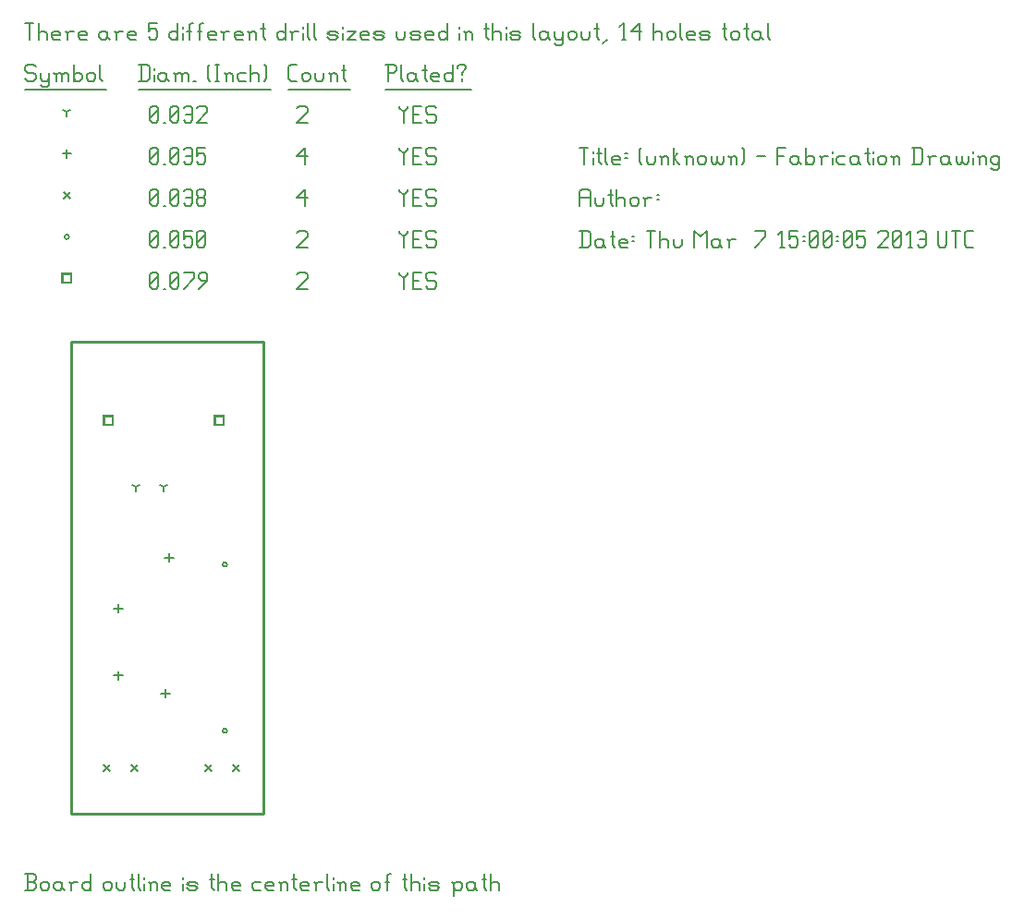
<source format=gbr>
G04 start of page 10 for group -3984 idx -3984 *
G04 Title: (unknown), fab *
G04 Creator: pcb 20110918 *
G04 CreationDate: Thu Mar  7 15:00:05 2013 UTC *
G04 For: fosse *
G04 Format: Gerber/RS-274X *
G04 PCB-Dimensions: 100000 200000 *
G04 PCB-Coordinate-Origin: lower left *
%MOIN*%
%FSLAX25Y25*%
%LNFAB*%
%ADD62C,0.0100*%
%ADD61C,0.0060*%
%ADD60R,0.0080X0.0080*%
G54D60*X28400Y161600D02*X31600D01*
X28400D02*Y158400D01*
X31600D01*
Y161600D02*Y158400D01*
X68400Y161600D02*X71600D01*
X68400D02*Y158400D01*
X71600D01*
Y161600D02*Y158400D01*
X13400Y212850D02*X16600D01*
X13400D02*Y209650D01*
X16600D01*
Y212850D02*Y209650D01*
G54D61*X135000Y213500D02*Y212750D01*
X136500Y211250D01*
X138000Y212750D01*
Y213500D02*Y212750D01*
X136500Y211250D02*Y207500D01*
X139800Y210500D02*X142050D01*
X139800Y207500D02*X142800D01*
X139800Y213500D02*Y207500D01*
Y213500D02*X142800D01*
X147600D02*X148350Y212750D01*
X145350Y213500D02*X147600D01*
X144600Y212750D02*X145350Y213500D01*
X144600Y212750D02*Y211250D01*
X145350Y210500D01*
X147600D01*
X148350Y209750D01*
Y208250D01*
X147600Y207500D02*X148350Y208250D01*
X145350Y207500D02*X147600D01*
X144600Y208250D02*X145350Y207500D01*
X98000Y212750D02*X98750Y213500D01*
X101000D01*
X101750Y212750D01*
Y211250D01*
X98000Y207500D02*X101750Y211250D01*
X98000Y207500D02*X101750D01*
X45000Y208250D02*X45750Y207500D01*
X45000Y212750D02*Y208250D01*
Y212750D02*X45750Y213500D01*
X47250D01*
X48000Y212750D01*
Y208250D01*
X47250Y207500D02*X48000Y208250D01*
X45750Y207500D02*X47250D01*
X45000Y209000D02*X48000Y212000D01*
X49800Y207500D02*X50550D01*
X52350Y208250D02*X53100Y207500D01*
X52350Y212750D02*Y208250D01*
Y212750D02*X53100Y213500D01*
X54600D01*
X55350Y212750D01*
Y208250D01*
X54600Y207500D02*X55350Y208250D01*
X53100Y207500D02*X54600D01*
X52350Y209000D02*X55350Y212000D01*
X57150Y207500D02*X60900Y211250D01*
Y213500D02*Y211250D01*
X57150Y213500D02*X60900D01*
X62700Y207500D02*X65700Y210500D01*
Y212750D02*Y210500D01*
X64950Y213500D02*X65700Y212750D01*
X63450Y213500D02*X64950D01*
X62700Y212750D02*X63450Y213500D01*
X62700Y212750D02*Y211250D01*
X63450Y210500D01*
X65700D01*
X71200Y48000D02*G75*G03X72800Y48000I800J0D01*G01*
G75*G03X71200Y48000I-800J0D01*G01*
Y108000D02*G75*G03X72800Y108000I800J0D01*G01*
G75*G03X71200Y108000I-800J0D01*G01*
X14200Y226250D02*G75*G03X15800Y226250I800J0D01*G01*
G75*G03X14200Y226250I-800J0D01*G01*
X135000Y228500D02*Y227750D01*
X136500Y226250D01*
X138000Y227750D01*
Y228500D02*Y227750D01*
X136500Y226250D02*Y222500D01*
X139800Y225500D02*X142050D01*
X139800Y222500D02*X142800D01*
X139800Y228500D02*Y222500D01*
Y228500D02*X142800D01*
X147600D02*X148350Y227750D01*
X145350Y228500D02*X147600D01*
X144600Y227750D02*X145350Y228500D01*
X144600Y227750D02*Y226250D01*
X145350Y225500D01*
X147600D01*
X148350Y224750D01*
Y223250D01*
X147600Y222500D02*X148350Y223250D01*
X145350Y222500D02*X147600D01*
X144600Y223250D02*X145350Y222500D01*
X98000Y227750D02*X98750Y228500D01*
X101000D01*
X101750Y227750D01*
Y226250D01*
X98000Y222500D02*X101750Y226250D01*
X98000Y222500D02*X101750D01*
X45000Y223250D02*X45750Y222500D01*
X45000Y227750D02*Y223250D01*
Y227750D02*X45750Y228500D01*
X47250D01*
X48000Y227750D01*
Y223250D01*
X47250Y222500D02*X48000Y223250D01*
X45750Y222500D02*X47250D01*
X45000Y224000D02*X48000Y227000D01*
X49800Y222500D02*X50550D01*
X52350Y223250D02*X53100Y222500D01*
X52350Y227750D02*Y223250D01*
Y227750D02*X53100Y228500D01*
X54600D01*
X55350Y227750D01*
Y223250D01*
X54600Y222500D02*X55350Y223250D01*
X53100Y222500D02*X54600D01*
X52350Y224000D02*X55350Y227000D01*
X57150Y228500D02*X60150D01*
X57150D02*Y225500D01*
X57900Y226250D01*
X59400D01*
X60150Y225500D01*
Y223250D01*
X59400Y222500D02*X60150Y223250D01*
X57900Y222500D02*X59400D01*
X57150Y223250D02*X57900Y222500D01*
X61950Y223250D02*X62700Y222500D01*
X61950Y227750D02*Y223250D01*
Y227750D02*X62700Y228500D01*
X64200D01*
X64950Y227750D01*
Y223250D01*
X64200Y222500D02*X64950Y223250D01*
X62700Y222500D02*X64200D01*
X61950Y224000D02*X64950Y227000D01*
X38300Y35700D02*X40700Y33300D01*
X38300D02*X40700Y35700D01*
X28300D02*X30700Y33300D01*
X28300D02*X30700Y35700D01*
X74800D02*X77200Y33300D01*
X74800D02*X77200Y35700D01*
X64800D02*X67200Y33300D01*
X64800D02*X67200Y35700D01*
X13800Y242450D02*X16200Y240050D01*
X13800D02*X16200Y242450D01*
X135000Y243500D02*Y242750D01*
X136500Y241250D01*
X138000Y242750D01*
Y243500D02*Y242750D01*
X136500Y241250D02*Y237500D01*
X139800Y240500D02*X142050D01*
X139800Y237500D02*X142800D01*
X139800Y243500D02*Y237500D01*
Y243500D02*X142800D01*
X147600D02*X148350Y242750D01*
X145350Y243500D02*X147600D01*
X144600Y242750D02*X145350Y243500D01*
X144600Y242750D02*Y241250D01*
X145350Y240500D01*
X147600D01*
X148350Y239750D01*
Y238250D01*
X147600Y237500D02*X148350Y238250D01*
X145350Y237500D02*X147600D01*
X144600Y238250D02*X145350Y237500D01*
X98000Y240500D02*X101000Y243500D01*
X98000Y240500D02*X101750D01*
X101000Y243500D02*Y237500D01*
X45000Y238250D02*X45750Y237500D01*
X45000Y242750D02*Y238250D01*
Y242750D02*X45750Y243500D01*
X47250D01*
X48000Y242750D01*
Y238250D01*
X47250Y237500D02*X48000Y238250D01*
X45750Y237500D02*X47250D01*
X45000Y239000D02*X48000Y242000D01*
X49800Y237500D02*X50550D01*
X52350Y238250D02*X53100Y237500D01*
X52350Y242750D02*Y238250D01*
Y242750D02*X53100Y243500D01*
X54600D01*
X55350Y242750D01*
Y238250D01*
X54600Y237500D02*X55350Y238250D01*
X53100Y237500D02*X54600D01*
X52350Y239000D02*X55350Y242000D01*
X57150Y242750D02*X57900Y243500D01*
X59400D01*
X60150Y242750D01*
Y238250D01*
X59400Y237500D02*X60150Y238250D01*
X57900Y237500D02*X59400D01*
X57150Y238250D02*X57900Y237500D01*
Y240500D02*X60150D01*
X61950Y238250D02*X62700Y237500D01*
X61950Y239750D02*Y238250D01*
Y239750D02*X62700Y240500D01*
X64200D01*
X64950Y239750D01*
Y238250D01*
X64200Y237500D02*X64950Y238250D01*
X62700Y237500D02*X64200D01*
X61950Y241250D02*X62700Y240500D01*
X61950Y242750D02*Y241250D01*
Y242750D02*X62700Y243500D01*
X64200D01*
X64950Y242750D01*
Y241250D01*
X64200Y240500D02*X64950Y241250D01*
X33500Y69500D02*Y66300D01*
X31900Y67900D02*X35100D01*
X50500Y63100D02*Y59900D01*
X48900Y61500D02*X52100D01*
X33500Y93793D02*Y90593D01*
X31900Y92193D02*X35100D01*
X51807Y112100D02*Y108900D01*
X50207Y110500D02*X53407D01*
X15000Y257850D02*Y254650D01*
X13400Y256250D02*X16600D01*
X135000Y258500D02*Y257750D01*
X136500Y256250D01*
X138000Y257750D01*
Y258500D02*Y257750D01*
X136500Y256250D02*Y252500D01*
X139800Y255500D02*X142050D01*
X139800Y252500D02*X142800D01*
X139800Y258500D02*Y252500D01*
Y258500D02*X142800D01*
X147600D02*X148350Y257750D01*
X145350Y258500D02*X147600D01*
X144600Y257750D02*X145350Y258500D01*
X144600Y257750D02*Y256250D01*
X145350Y255500D01*
X147600D01*
X148350Y254750D01*
Y253250D01*
X147600Y252500D02*X148350Y253250D01*
X145350Y252500D02*X147600D01*
X144600Y253250D02*X145350Y252500D01*
X98000Y255500D02*X101000Y258500D01*
X98000Y255500D02*X101750D01*
X101000Y258500D02*Y252500D01*
X45000Y253250D02*X45750Y252500D01*
X45000Y257750D02*Y253250D01*
Y257750D02*X45750Y258500D01*
X47250D01*
X48000Y257750D01*
Y253250D01*
X47250Y252500D02*X48000Y253250D01*
X45750Y252500D02*X47250D01*
X45000Y254000D02*X48000Y257000D01*
X49800Y252500D02*X50550D01*
X52350Y253250D02*X53100Y252500D01*
X52350Y257750D02*Y253250D01*
Y257750D02*X53100Y258500D01*
X54600D01*
X55350Y257750D01*
Y253250D01*
X54600Y252500D02*X55350Y253250D01*
X53100Y252500D02*X54600D01*
X52350Y254000D02*X55350Y257000D01*
X57150Y257750D02*X57900Y258500D01*
X59400D01*
X60150Y257750D01*
Y253250D01*
X59400Y252500D02*X60150Y253250D01*
X57900Y252500D02*X59400D01*
X57150Y253250D02*X57900Y252500D01*
Y255500D02*X60150D01*
X61950Y258500D02*X64950D01*
X61950D02*Y255500D01*
X62700Y256250D01*
X64200D01*
X64950Y255500D01*
Y253250D01*
X64200Y252500D02*X64950Y253250D01*
X62700Y252500D02*X64200D01*
X61950Y253250D02*X62700Y252500D01*
X40000Y136000D02*Y134400D01*
Y136000D02*X41387Y136800D01*
X40000Y136000D02*X38613Y136800D01*
X50000Y136000D02*Y134400D01*
Y136000D02*X51387Y136800D01*
X50000Y136000D02*X48613Y136800D01*
X15000Y271250D02*Y269650D01*
Y271250D02*X16387Y272050D01*
X15000Y271250D02*X13613Y272050D01*
X135000Y273500D02*Y272750D01*
X136500Y271250D01*
X138000Y272750D01*
Y273500D02*Y272750D01*
X136500Y271250D02*Y267500D01*
X139800Y270500D02*X142050D01*
X139800Y267500D02*X142800D01*
X139800Y273500D02*Y267500D01*
Y273500D02*X142800D01*
X147600D02*X148350Y272750D01*
X145350Y273500D02*X147600D01*
X144600Y272750D02*X145350Y273500D01*
X144600Y272750D02*Y271250D01*
X145350Y270500D01*
X147600D01*
X148350Y269750D01*
Y268250D01*
X147600Y267500D02*X148350Y268250D01*
X145350Y267500D02*X147600D01*
X144600Y268250D02*X145350Y267500D01*
X98000Y272750D02*X98750Y273500D01*
X101000D01*
X101750Y272750D01*
Y271250D01*
X98000Y267500D02*X101750Y271250D01*
X98000Y267500D02*X101750D01*
X45000Y268250D02*X45750Y267500D01*
X45000Y272750D02*Y268250D01*
Y272750D02*X45750Y273500D01*
X47250D01*
X48000Y272750D01*
Y268250D01*
X47250Y267500D02*X48000Y268250D01*
X45750Y267500D02*X47250D01*
X45000Y269000D02*X48000Y272000D01*
X49800Y267500D02*X50550D01*
X52350Y268250D02*X53100Y267500D01*
X52350Y272750D02*Y268250D01*
Y272750D02*X53100Y273500D01*
X54600D01*
X55350Y272750D01*
Y268250D01*
X54600Y267500D02*X55350Y268250D01*
X53100Y267500D02*X54600D01*
X52350Y269000D02*X55350Y272000D01*
X57150Y272750D02*X57900Y273500D01*
X59400D01*
X60150Y272750D01*
Y268250D01*
X59400Y267500D02*X60150Y268250D01*
X57900Y267500D02*X59400D01*
X57150Y268250D02*X57900Y267500D01*
Y270500D02*X60150D01*
X61950Y272750D02*X62700Y273500D01*
X64950D01*
X65700Y272750D01*
Y271250D01*
X61950Y267500D02*X65700Y271250D01*
X61950Y267500D02*X65700D01*
X3000Y288500D02*X3750Y287750D01*
X750Y288500D02*X3000D01*
X0Y287750D02*X750Y288500D01*
X0Y287750D02*Y286250D01*
X750Y285500D01*
X3000D01*
X3750Y284750D01*
Y283250D01*
X3000Y282500D02*X3750Y283250D01*
X750Y282500D02*X3000D01*
X0Y283250D02*X750Y282500D01*
X5550Y285500D02*Y283250D01*
X6300Y282500D01*
X8550Y285500D02*Y281000D01*
X7800Y280250D02*X8550Y281000D01*
X6300Y280250D02*X7800D01*
X5550Y281000D02*X6300Y280250D01*
Y282500D02*X7800D01*
X8550Y283250D01*
X11100Y284750D02*Y282500D01*
Y284750D02*X11850Y285500D01*
X12600D01*
X13350Y284750D01*
Y282500D01*
Y284750D02*X14100Y285500D01*
X14850D01*
X15600Y284750D01*
Y282500D01*
X10350Y285500D02*X11100Y284750D01*
X17400Y288500D02*Y282500D01*
Y283250D02*X18150Y282500D01*
X19650D01*
X20400Y283250D01*
Y284750D02*Y283250D01*
X19650Y285500D02*X20400Y284750D01*
X18150Y285500D02*X19650D01*
X17400Y284750D02*X18150Y285500D01*
X22200Y284750D02*Y283250D01*
Y284750D02*X22950Y285500D01*
X24450D01*
X25200Y284750D01*
Y283250D01*
X24450Y282500D02*X25200Y283250D01*
X22950Y282500D02*X24450D01*
X22200Y283250D02*X22950Y282500D01*
X27000Y288500D02*Y283250D01*
X27750Y282500D01*
X0Y279250D02*X29250D01*
X41750Y288500D02*Y282500D01*
X44000Y288500D02*X44750Y287750D01*
Y283250D01*
X44000Y282500D02*X44750Y283250D01*
X41000Y282500D02*X44000D01*
X41000Y288500D02*X44000D01*
X46550Y287000D02*Y286250D01*
Y284750D02*Y282500D01*
X50300Y285500D02*X51050Y284750D01*
X48800Y285500D02*X50300D01*
X48050Y284750D02*X48800Y285500D01*
X48050Y284750D02*Y283250D01*
X48800Y282500D01*
X51050Y285500D02*Y283250D01*
X51800Y282500D01*
X48800D02*X50300D01*
X51050Y283250D01*
X54350Y284750D02*Y282500D01*
Y284750D02*X55100Y285500D01*
X55850D01*
X56600Y284750D01*
Y282500D01*
Y284750D02*X57350Y285500D01*
X58100D01*
X58850Y284750D01*
Y282500D01*
X53600Y285500D02*X54350Y284750D01*
X60650Y282500D02*X61400D01*
X65900Y283250D02*X66650Y282500D01*
X65900Y287750D02*X66650Y288500D01*
X65900Y287750D02*Y283250D01*
X68450Y288500D02*X69950D01*
X69200D02*Y282500D01*
X68450D02*X69950D01*
X72500Y284750D02*Y282500D01*
Y284750D02*X73250Y285500D01*
X74000D01*
X74750Y284750D01*
Y282500D01*
X71750Y285500D02*X72500Y284750D01*
X77300Y285500D02*X79550D01*
X76550Y284750D02*X77300Y285500D01*
X76550Y284750D02*Y283250D01*
X77300Y282500D01*
X79550D01*
X81350Y288500D02*Y282500D01*
Y284750D02*X82100Y285500D01*
X83600D01*
X84350Y284750D01*
Y282500D01*
X86150Y288500D02*X86900Y287750D01*
Y283250D01*
X86150Y282500D02*X86900Y283250D01*
X41000Y279250D02*X88700D01*
X95750Y282500D02*X98000D01*
X95000Y283250D02*X95750Y282500D01*
X95000Y287750D02*Y283250D01*
Y287750D02*X95750Y288500D01*
X98000D01*
X99800Y284750D02*Y283250D01*
Y284750D02*X100550Y285500D01*
X102050D01*
X102800Y284750D01*
Y283250D01*
X102050Y282500D02*X102800Y283250D01*
X100550Y282500D02*X102050D01*
X99800Y283250D02*X100550Y282500D01*
X104600Y285500D02*Y283250D01*
X105350Y282500D01*
X106850D01*
X107600Y283250D01*
Y285500D02*Y283250D01*
X110150Y284750D02*Y282500D01*
Y284750D02*X110900Y285500D01*
X111650D01*
X112400Y284750D01*
Y282500D01*
X109400Y285500D02*X110150Y284750D01*
X114950Y288500D02*Y283250D01*
X115700Y282500D01*
X114200Y286250D02*X115700D01*
X95000Y279250D02*X117200D01*
X130750Y288500D02*Y282500D01*
X130000Y288500D02*X133000D01*
X133750Y287750D01*
Y286250D01*
X133000Y285500D02*X133750Y286250D01*
X130750Y285500D02*X133000D01*
X135550Y288500D02*Y283250D01*
X136300Y282500D01*
X140050Y285500D02*X140800Y284750D01*
X138550Y285500D02*X140050D01*
X137800Y284750D02*X138550Y285500D01*
X137800Y284750D02*Y283250D01*
X138550Y282500D01*
X140800Y285500D02*Y283250D01*
X141550Y282500D01*
X138550D02*X140050D01*
X140800Y283250D01*
X144100Y288500D02*Y283250D01*
X144850Y282500D01*
X143350Y286250D02*X144850D01*
X147100Y282500D02*X149350D01*
X146350Y283250D02*X147100Y282500D01*
X146350Y284750D02*Y283250D01*
Y284750D02*X147100Y285500D01*
X148600D01*
X149350Y284750D01*
X146350Y284000D02*X149350D01*
Y284750D02*Y284000D01*
X154150Y288500D02*Y282500D01*
X153400D02*X154150Y283250D01*
X151900Y282500D02*X153400D01*
X151150Y283250D02*X151900Y282500D01*
X151150Y284750D02*Y283250D01*
Y284750D02*X151900Y285500D01*
X153400D01*
X154150Y284750D01*
X157450Y285500D02*Y284750D01*
Y283250D02*Y282500D01*
X155950Y287750D02*Y287000D01*
Y287750D02*X156700Y288500D01*
X158200D01*
X158950Y287750D01*
Y287000D01*
X157450Y285500D02*X158950Y287000D01*
X130000Y279250D02*X160750D01*
X0Y303500D02*X3000D01*
X1500D02*Y297500D01*
X4800Y303500D02*Y297500D01*
Y299750D02*X5550Y300500D01*
X7050D01*
X7800Y299750D01*
Y297500D01*
X10350D02*X12600D01*
X9600Y298250D02*X10350Y297500D01*
X9600Y299750D02*Y298250D01*
Y299750D02*X10350Y300500D01*
X11850D01*
X12600Y299750D01*
X9600Y299000D02*X12600D01*
Y299750D02*Y299000D01*
X15150Y299750D02*Y297500D01*
Y299750D02*X15900Y300500D01*
X17400D01*
X14400D02*X15150Y299750D01*
X19950Y297500D02*X22200D01*
X19200Y298250D02*X19950Y297500D01*
X19200Y299750D02*Y298250D01*
Y299750D02*X19950Y300500D01*
X21450D01*
X22200Y299750D01*
X19200Y299000D02*X22200D01*
Y299750D02*Y299000D01*
X28950Y300500D02*X29700Y299750D01*
X27450Y300500D02*X28950D01*
X26700Y299750D02*X27450Y300500D01*
X26700Y299750D02*Y298250D01*
X27450Y297500D01*
X29700Y300500D02*Y298250D01*
X30450Y297500D01*
X27450D02*X28950D01*
X29700Y298250D01*
X33000Y299750D02*Y297500D01*
Y299750D02*X33750Y300500D01*
X35250D01*
X32250D02*X33000Y299750D01*
X37800Y297500D02*X40050D01*
X37050Y298250D02*X37800Y297500D01*
X37050Y299750D02*Y298250D01*
Y299750D02*X37800Y300500D01*
X39300D01*
X40050Y299750D01*
X37050Y299000D02*X40050D01*
Y299750D02*Y299000D01*
X44550Y303500D02*X47550D01*
X44550D02*Y300500D01*
X45300Y301250D01*
X46800D01*
X47550Y300500D01*
Y298250D01*
X46800Y297500D02*X47550Y298250D01*
X45300Y297500D02*X46800D01*
X44550Y298250D02*X45300Y297500D01*
X55050Y303500D02*Y297500D01*
X54300D02*X55050Y298250D01*
X52800Y297500D02*X54300D01*
X52050Y298250D02*X52800Y297500D01*
X52050Y299750D02*Y298250D01*
Y299750D02*X52800Y300500D01*
X54300D01*
X55050Y299750D01*
X56850Y302000D02*Y301250D01*
Y299750D02*Y297500D01*
X59100Y302750D02*Y297500D01*
Y302750D02*X59850Y303500D01*
X60600D01*
X58350Y300500D02*X59850D01*
X62850Y302750D02*Y297500D01*
Y302750D02*X63600Y303500D01*
X64350D01*
X62100Y300500D02*X63600D01*
X66600Y297500D02*X68850D01*
X65850Y298250D02*X66600Y297500D01*
X65850Y299750D02*Y298250D01*
Y299750D02*X66600Y300500D01*
X68100D01*
X68850Y299750D01*
X65850Y299000D02*X68850D01*
Y299750D02*Y299000D01*
X71400Y299750D02*Y297500D01*
Y299750D02*X72150Y300500D01*
X73650D01*
X70650D02*X71400Y299750D01*
X76200Y297500D02*X78450D01*
X75450Y298250D02*X76200Y297500D01*
X75450Y299750D02*Y298250D01*
Y299750D02*X76200Y300500D01*
X77700D01*
X78450Y299750D01*
X75450Y299000D02*X78450D01*
Y299750D02*Y299000D01*
X81000Y299750D02*Y297500D01*
Y299750D02*X81750Y300500D01*
X82500D01*
X83250Y299750D01*
Y297500D01*
X80250Y300500D02*X81000Y299750D01*
X85800Y303500D02*Y298250D01*
X86550Y297500D01*
X85050Y301250D02*X86550D01*
X93750Y303500D02*Y297500D01*
X93000D02*X93750Y298250D01*
X91500Y297500D02*X93000D01*
X90750Y298250D02*X91500Y297500D01*
X90750Y299750D02*Y298250D01*
Y299750D02*X91500Y300500D01*
X93000D01*
X93750Y299750D01*
X96300D02*Y297500D01*
Y299750D02*X97050Y300500D01*
X98550D01*
X95550D02*X96300Y299750D01*
X100350Y302000D02*Y301250D01*
Y299750D02*Y297500D01*
X101850Y303500D02*Y298250D01*
X102600Y297500D01*
X104100Y303500D02*Y298250D01*
X104850Y297500D01*
X109800D02*X112050D01*
X112800Y298250D01*
X112050Y299000D02*X112800Y298250D01*
X109800Y299000D02*X112050D01*
X109050Y299750D02*X109800Y299000D01*
X109050Y299750D02*X109800Y300500D01*
X112050D01*
X112800Y299750D01*
X109050Y298250D02*X109800Y297500D01*
X114600Y302000D02*Y301250D01*
Y299750D02*Y297500D01*
X116100Y300500D02*X119100D01*
X116100Y297500D02*X119100Y300500D01*
X116100Y297500D02*X119100D01*
X121650D02*X123900D01*
X120900Y298250D02*X121650Y297500D01*
X120900Y299750D02*Y298250D01*
Y299750D02*X121650Y300500D01*
X123150D01*
X123900Y299750D01*
X120900Y299000D02*X123900D01*
Y299750D02*Y299000D01*
X126450Y297500D02*X128700D01*
X129450Y298250D01*
X128700Y299000D02*X129450Y298250D01*
X126450Y299000D02*X128700D01*
X125700Y299750D02*X126450Y299000D01*
X125700Y299750D02*X126450Y300500D01*
X128700D01*
X129450Y299750D01*
X125700Y298250D02*X126450Y297500D01*
X133950Y300500D02*Y298250D01*
X134700Y297500D01*
X136200D01*
X136950Y298250D01*
Y300500D02*Y298250D01*
X139500Y297500D02*X141750D01*
X142500Y298250D01*
X141750Y299000D02*X142500Y298250D01*
X139500Y299000D02*X141750D01*
X138750Y299750D02*X139500Y299000D01*
X138750Y299750D02*X139500Y300500D01*
X141750D01*
X142500Y299750D01*
X138750Y298250D02*X139500Y297500D01*
X145050D02*X147300D01*
X144300Y298250D02*X145050Y297500D01*
X144300Y299750D02*Y298250D01*
Y299750D02*X145050Y300500D01*
X146550D01*
X147300Y299750D01*
X144300Y299000D02*X147300D01*
Y299750D02*Y299000D01*
X152100Y303500D02*Y297500D01*
X151350D02*X152100Y298250D01*
X149850Y297500D02*X151350D01*
X149100Y298250D02*X149850Y297500D01*
X149100Y299750D02*Y298250D01*
Y299750D02*X149850Y300500D01*
X151350D01*
X152100Y299750D01*
X156600Y302000D02*Y301250D01*
Y299750D02*Y297500D01*
X158850Y299750D02*Y297500D01*
Y299750D02*X159600Y300500D01*
X160350D01*
X161100Y299750D01*
Y297500D01*
X158100Y300500D02*X158850Y299750D01*
X166350Y303500D02*Y298250D01*
X167100Y297500D01*
X165600Y301250D02*X167100D01*
X168600Y303500D02*Y297500D01*
Y299750D02*X169350Y300500D01*
X170850D01*
X171600Y299750D01*
Y297500D01*
X173400Y302000D02*Y301250D01*
Y299750D02*Y297500D01*
X175650D02*X177900D01*
X178650Y298250D01*
X177900Y299000D02*X178650Y298250D01*
X175650Y299000D02*X177900D01*
X174900Y299750D02*X175650Y299000D01*
X174900Y299750D02*X175650Y300500D01*
X177900D01*
X178650Y299750D01*
X174900Y298250D02*X175650Y297500D01*
X183150Y303500D02*Y298250D01*
X183900Y297500D01*
X187650Y300500D02*X188400Y299750D01*
X186150Y300500D02*X187650D01*
X185400Y299750D02*X186150Y300500D01*
X185400Y299750D02*Y298250D01*
X186150Y297500D01*
X188400Y300500D02*Y298250D01*
X189150Y297500D01*
X186150D02*X187650D01*
X188400Y298250D01*
X190950Y300500D02*Y298250D01*
X191700Y297500D01*
X193950Y300500D02*Y296000D01*
X193200Y295250D02*X193950Y296000D01*
X191700Y295250D02*X193200D01*
X190950Y296000D02*X191700Y295250D01*
Y297500D02*X193200D01*
X193950Y298250D01*
X195750Y299750D02*Y298250D01*
Y299750D02*X196500Y300500D01*
X198000D01*
X198750Y299750D01*
Y298250D01*
X198000Y297500D02*X198750Y298250D01*
X196500Y297500D02*X198000D01*
X195750Y298250D02*X196500Y297500D01*
X200550Y300500D02*Y298250D01*
X201300Y297500D01*
X202800D01*
X203550Y298250D01*
Y300500D02*Y298250D01*
X206100Y303500D02*Y298250D01*
X206850Y297500D01*
X205350Y301250D02*X206850D01*
X208350Y296000D02*X209850Y297500D01*
X215100D02*X216600D01*
X215850Y303500D02*Y297500D01*
X214350Y302000D02*X215850Y303500D01*
X218400Y300500D02*X221400Y303500D01*
X218400Y300500D02*X222150D01*
X221400Y303500D02*Y297500D01*
X226650Y303500D02*Y297500D01*
Y299750D02*X227400Y300500D01*
X228900D01*
X229650Y299750D01*
Y297500D01*
X231450Y299750D02*Y298250D01*
Y299750D02*X232200Y300500D01*
X233700D01*
X234450Y299750D01*
Y298250D01*
X233700Y297500D02*X234450Y298250D01*
X232200Y297500D02*X233700D01*
X231450Y298250D02*X232200Y297500D01*
X236250Y303500D02*Y298250D01*
X237000Y297500D01*
X239250D02*X241500D01*
X238500Y298250D02*X239250Y297500D01*
X238500Y299750D02*Y298250D01*
Y299750D02*X239250Y300500D01*
X240750D01*
X241500Y299750D01*
X238500Y299000D02*X241500D01*
Y299750D02*Y299000D01*
X244050Y297500D02*X246300D01*
X247050Y298250D01*
X246300Y299000D02*X247050Y298250D01*
X244050Y299000D02*X246300D01*
X243300Y299750D02*X244050Y299000D01*
X243300Y299750D02*X244050Y300500D01*
X246300D01*
X247050Y299750D01*
X243300Y298250D02*X244050Y297500D01*
X252300Y303500D02*Y298250D01*
X253050Y297500D01*
X251550Y301250D02*X253050D01*
X254550Y299750D02*Y298250D01*
Y299750D02*X255300Y300500D01*
X256800D01*
X257550Y299750D01*
Y298250D01*
X256800Y297500D02*X257550Y298250D01*
X255300Y297500D02*X256800D01*
X254550Y298250D02*X255300Y297500D01*
X260100Y303500D02*Y298250D01*
X260850Y297500D01*
X259350Y301250D02*X260850D01*
X264600Y300500D02*X265350Y299750D01*
X263100Y300500D02*X264600D01*
X262350Y299750D02*X263100Y300500D01*
X262350Y299750D02*Y298250D01*
X263100Y297500D01*
X265350Y300500D02*Y298250D01*
X266100Y297500D01*
X263100D02*X264600D01*
X265350Y298250D01*
X267900Y303500D02*Y298250D01*
X268650Y297500D01*
G54D62*X16500Y188500D02*Y18000D01*
X86000D01*
Y188500D01*
X16500D02*X86000D01*
G54D61*X0Y-9500D02*X3000D01*
X3750Y-8750D01*
Y-7250D02*Y-8750D01*
X3000Y-6500D02*X3750Y-7250D01*
X750Y-6500D02*X3000D01*
X750Y-3500D02*Y-9500D01*
X0Y-3500D02*X3000D01*
X3750Y-4250D01*
Y-5750D01*
X3000Y-6500D02*X3750Y-5750D01*
X5550Y-7250D02*Y-8750D01*
Y-7250D02*X6300Y-6500D01*
X7800D01*
X8550Y-7250D01*
Y-8750D01*
X7800Y-9500D02*X8550Y-8750D01*
X6300Y-9500D02*X7800D01*
X5550Y-8750D02*X6300Y-9500D01*
X12600Y-6500D02*X13350Y-7250D01*
X11100Y-6500D02*X12600D01*
X10350Y-7250D02*X11100Y-6500D01*
X10350Y-7250D02*Y-8750D01*
X11100Y-9500D01*
X13350Y-6500D02*Y-8750D01*
X14100Y-9500D01*
X11100D02*X12600D01*
X13350Y-8750D01*
X16650Y-7250D02*Y-9500D01*
Y-7250D02*X17400Y-6500D01*
X18900D01*
X15900D02*X16650Y-7250D01*
X23700Y-3500D02*Y-9500D01*
X22950D02*X23700Y-8750D01*
X21450Y-9500D02*X22950D01*
X20700Y-8750D02*X21450Y-9500D01*
X20700Y-7250D02*Y-8750D01*
Y-7250D02*X21450Y-6500D01*
X22950D01*
X23700Y-7250D01*
X28200D02*Y-8750D01*
Y-7250D02*X28950Y-6500D01*
X30450D01*
X31200Y-7250D01*
Y-8750D01*
X30450Y-9500D02*X31200Y-8750D01*
X28950Y-9500D02*X30450D01*
X28200Y-8750D02*X28950Y-9500D01*
X33000Y-6500D02*Y-8750D01*
X33750Y-9500D01*
X35250D01*
X36000Y-8750D01*
Y-6500D02*Y-8750D01*
X38550Y-3500D02*Y-8750D01*
X39300Y-9500D01*
X37800Y-5750D02*X39300D01*
X40800Y-3500D02*Y-8750D01*
X41550Y-9500D01*
X43050Y-5000D02*Y-5750D01*
Y-7250D02*Y-9500D01*
X45300Y-7250D02*Y-9500D01*
Y-7250D02*X46050Y-6500D01*
X46800D01*
X47550Y-7250D01*
Y-9500D01*
X44550Y-6500D02*X45300Y-7250D01*
X50100Y-9500D02*X52350D01*
X49350Y-8750D02*X50100Y-9500D01*
X49350Y-7250D02*Y-8750D01*
Y-7250D02*X50100Y-6500D01*
X51600D01*
X52350Y-7250D01*
X49350Y-8000D02*X52350D01*
Y-7250D02*Y-8000D01*
X56850Y-5000D02*Y-5750D01*
Y-7250D02*Y-9500D01*
X59100D02*X61350D01*
X62100Y-8750D01*
X61350Y-8000D02*X62100Y-8750D01*
X59100Y-8000D02*X61350D01*
X58350Y-7250D02*X59100Y-8000D01*
X58350Y-7250D02*X59100Y-6500D01*
X61350D01*
X62100Y-7250D01*
X58350Y-8750D02*X59100Y-9500D01*
X67350Y-3500D02*Y-8750D01*
X68100Y-9500D01*
X66600Y-5750D02*X68100D01*
X69600Y-3500D02*Y-9500D01*
Y-7250D02*X70350Y-6500D01*
X71850D01*
X72600Y-7250D01*
Y-9500D01*
X75150D02*X77400D01*
X74400Y-8750D02*X75150Y-9500D01*
X74400Y-7250D02*Y-8750D01*
Y-7250D02*X75150Y-6500D01*
X76650D01*
X77400Y-7250D01*
X74400Y-8000D02*X77400D01*
Y-7250D02*Y-8000D01*
X82650Y-6500D02*X84900D01*
X81900Y-7250D02*X82650Y-6500D01*
X81900Y-7250D02*Y-8750D01*
X82650Y-9500D01*
X84900D01*
X87450D02*X89700D01*
X86700Y-8750D02*X87450Y-9500D01*
X86700Y-7250D02*Y-8750D01*
Y-7250D02*X87450Y-6500D01*
X88950D01*
X89700Y-7250D01*
X86700Y-8000D02*X89700D01*
Y-7250D02*Y-8000D01*
X92250Y-7250D02*Y-9500D01*
Y-7250D02*X93000Y-6500D01*
X93750D01*
X94500Y-7250D01*
Y-9500D01*
X91500Y-6500D02*X92250Y-7250D01*
X97050Y-3500D02*Y-8750D01*
X97800Y-9500D01*
X96300Y-5750D02*X97800D01*
X100050Y-9500D02*X102300D01*
X99300Y-8750D02*X100050Y-9500D01*
X99300Y-7250D02*Y-8750D01*
Y-7250D02*X100050Y-6500D01*
X101550D01*
X102300Y-7250D01*
X99300Y-8000D02*X102300D01*
Y-7250D02*Y-8000D01*
X104850Y-7250D02*Y-9500D01*
Y-7250D02*X105600Y-6500D01*
X107100D01*
X104100D02*X104850Y-7250D01*
X108900Y-3500D02*Y-8750D01*
X109650Y-9500D01*
X111150Y-5000D02*Y-5750D01*
Y-7250D02*Y-9500D01*
X113400Y-7250D02*Y-9500D01*
Y-7250D02*X114150Y-6500D01*
X114900D01*
X115650Y-7250D01*
Y-9500D01*
X112650Y-6500D02*X113400Y-7250D01*
X118200Y-9500D02*X120450D01*
X117450Y-8750D02*X118200Y-9500D01*
X117450Y-7250D02*Y-8750D01*
Y-7250D02*X118200Y-6500D01*
X119700D01*
X120450Y-7250D01*
X117450Y-8000D02*X120450D01*
Y-7250D02*Y-8000D01*
X124950Y-7250D02*Y-8750D01*
Y-7250D02*X125700Y-6500D01*
X127200D01*
X127950Y-7250D01*
Y-8750D01*
X127200Y-9500D02*X127950Y-8750D01*
X125700Y-9500D02*X127200D01*
X124950Y-8750D02*X125700Y-9500D01*
X130500Y-4250D02*Y-9500D01*
Y-4250D02*X131250Y-3500D01*
X132000D01*
X129750Y-6500D02*X131250D01*
X136950Y-3500D02*Y-8750D01*
X137700Y-9500D01*
X136200Y-5750D02*X137700D01*
X139200Y-3500D02*Y-9500D01*
Y-7250D02*X139950Y-6500D01*
X141450D01*
X142200Y-7250D01*
Y-9500D01*
X144000Y-5000D02*Y-5750D01*
Y-7250D02*Y-9500D01*
X146250D02*X148500D01*
X149250Y-8750D01*
X148500Y-8000D02*X149250Y-8750D01*
X146250Y-8000D02*X148500D01*
X145500Y-7250D02*X146250Y-8000D01*
X145500Y-7250D02*X146250Y-6500D01*
X148500D01*
X149250Y-7250D01*
X145500Y-8750D02*X146250Y-9500D01*
X154500Y-7250D02*Y-11750D01*
X153750Y-6500D02*X154500Y-7250D01*
X155250Y-6500D01*
X156750D01*
X157500Y-7250D01*
Y-8750D01*
X156750Y-9500D02*X157500Y-8750D01*
X155250Y-9500D02*X156750D01*
X154500Y-8750D02*X155250Y-9500D01*
X161550Y-6500D02*X162300Y-7250D01*
X160050Y-6500D02*X161550D01*
X159300Y-7250D02*X160050Y-6500D01*
X159300Y-7250D02*Y-8750D01*
X160050Y-9500D01*
X162300Y-6500D02*Y-8750D01*
X163050Y-9500D01*
X160050D02*X161550D01*
X162300Y-8750D01*
X165600Y-3500D02*Y-8750D01*
X166350Y-9500D01*
X164850Y-5750D02*X166350D01*
X167850Y-3500D02*Y-9500D01*
Y-7250D02*X168600Y-6500D01*
X170100D01*
X170850Y-7250D01*
Y-9500D01*
X200750Y228500D02*Y222500D01*
X203000Y228500D02*X203750Y227750D01*
Y223250D01*
X203000Y222500D02*X203750Y223250D01*
X200000Y222500D02*X203000D01*
X200000Y228500D02*X203000D01*
X207800Y225500D02*X208550Y224750D01*
X206300Y225500D02*X207800D01*
X205550Y224750D02*X206300Y225500D01*
X205550Y224750D02*Y223250D01*
X206300Y222500D01*
X208550Y225500D02*Y223250D01*
X209300Y222500D01*
X206300D02*X207800D01*
X208550Y223250D01*
X211850Y228500D02*Y223250D01*
X212600Y222500D01*
X211100Y226250D02*X212600D01*
X214850Y222500D02*X217100D01*
X214100Y223250D02*X214850Y222500D01*
X214100Y224750D02*Y223250D01*
Y224750D02*X214850Y225500D01*
X216350D01*
X217100Y224750D01*
X214100Y224000D02*X217100D01*
Y224750D02*Y224000D01*
X218900Y226250D02*X219650D01*
X218900Y224750D02*X219650D01*
X224150Y228500D02*X227150D01*
X225650D02*Y222500D01*
X228950Y228500D02*Y222500D01*
Y224750D02*X229700Y225500D01*
X231200D01*
X231950Y224750D01*
Y222500D01*
X233750Y225500D02*Y223250D01*
X234500Y222500D01*
X236000D01*
X236750Y223250D01*
Y225500D02*Y223250D01*
X241250Y228500D02*Y222500D01*
Y228500D02*X243500Y226250D01*
X245750Y228500D01*
Y222500D01*
X249800Y225500D02*X250550Y224750D01*
X248300Y225500D02*X249800D01*
X247550Y224750D02*X248300Y225500D01*
X247550Y224750D02*Y223250D01*
X248300Y222500D01*
X250550Y225500D02*Y223250D01*
X251300Y222500D01*
X248300D02*X249800D01*
X250550Y223250D01*
X253850Y224750D02*Y222500D01*
Y224750D02*X254600Y225500D01*
X256100D01*
X253100D02*X253850Y224750D01*
X263300Y222500D02*X267050Y226250D01*
Y228500D02*Y226250D01*
X263300Y228500D02*X267050D01*
X272300Y222500D02*X273800D01*
X273050Y228500D02*Y222500D01*
X271550Y227000D02*X273050Y228500D01*
X275600D02*X278600D01*
X275600D02*Y225500D01*
X276350Y226250D01*
X277850D01*
X278600Y225500D01*
Y223250D01*
X277850Y222500D02*X278600Y223250D01*
X276350Y222500D02*X277850D01*
X275600Y223250D02*X276350Y222500D01*
X280400Y226250D02*X281150D01*
X280400Y224750D02*X281150D01*
X282950Y223250D02*X283700Y222500D01*
X282950Y227750D02*Y223250D01*
Y227750D02*X283700Y228500D01*
X285200D01*
X285950Y227750D01*
Y223250D01*
X285200Y222500D02*X285950Y223250D01*
X283700Y222500D02*X285200D01*
X282950Y224000D02*X285950Y227000D01*
X287750Y223250D02*X288500Y222500D01*
X287750Y227750D02*Y223250D01*
Y227750D02*X288500Y228500D01*
X290000D01*
X290750Y227750D01*
Y223250D01*
X290000Y222500D02*X290750Y223250D01*
X288500Y222500D02*X290000D01*
X287750Y224000D02*X290750Y227000D01*
X292550Y226250D02*X293300D01*
X292550Y224750D02*X293300D01*
X295100Y223250D02*X295850Y222500D01*
X295100Y227750D02*Y223250D01*
Y227750D02*X295850Y228500D01*
X297350D01*
X298100Y227750D01*
Y223250D01*
X297350Y222500D02*X298100Y223250D01*
X295850Y222500D02*X297350D01*
X295100Y224000D02*X298100Y227000D01*
X299900Y228500D02*X302900D01*
X299900D02*Y225500D01*
X300650Y226250D01*
X302150D01*
X302900Y225500D01*
Y223250D01*
X302150Y222500D02*X302900Y223250D01*
X300650Y222500D02*X302150D01*
X299900Y223250D02*X300650Y222500D01*
X307400Y227750D02*X308150Y228500D01*
X310400D01*
X311150Y227750D01*
Y226250D01*
X307400Y222500D02*X311150Y226250D01*
X307400Y222500D02*X311150D01*
X312950Y223250D02*X313700Y222500D01*
X312950Y227750D02*Y223250D01*
Y227750D02*X313700Y228500D01*
X315200D01*
X315950Y227750D01*
Y223250D01*
X315200Y222500D02*X315950Y223250D01*
X313700Y222500D02*X315200D01*
X312950Y224000D02*X315950Y227000D01*
X318500Y222500D02*X320000D01*
X319250Y228500D02*Y222500D01*
X317750Y227000D02*X319250Y228500D01*
X321800Y227750D02*X322550Y228500D01*
X324050D01*
X324800Y227750D01*
Y223250D01*
X324050Y222500D02*X324800Y223250D01*
X322550Y222500D02*X324050D01*
X321800Y223250D02*X322550Y222500D01*
Y225500D02*X324800D01*
X329300Y228500D02*Y223250D01*
X330050Y222500D01*
X331550D01*
X332300Y223250D01*
Y228500D02*Y223250D01*
X334100Y228500D02*X337100D01*
X335600D02*Y222500D01*
X339650D02*X341900D01*
X338900Y223250D02*X339650Y222500D01*
X338900Y227750D02*Y223250D01*
Y227750D02*X339650Y228500D01*
X341900D01*
X200000Y242750D02*Y237500D01*
Y242750D02*X200750Y243500D01*
X203000D01*
X203750Y242750D01*
Y237500D01*
X200000Y240500D02*X203750D01*
X205550D02*Y238250D01*
X206300Y237500D01*
X207800D01*
X208550Y238250D01*
Y240500D02*Y238250D01*
X211100Y243500D02*Y238250D01*
X211850Y237500D01*
X210350Y241250D02*X211850D01*
X213350Y243500D02*Y237500D01*
Y239750D02*X214100Y240500D01*
X215600D01*
X216350Y239750D01*
Y237500D01*
X218150Y239750D02*Y238250D01*
Y239750D02*X218900Y240500D01*
X220400D01*
X221150Y239750D01*
Y238250D01*
X220400Y237500D02*X221150Y238250D01*
X218900Y237500D02*X220400D01*
X218150Y238250D02*X218900Y237500D01*
X223700Y239750D02*Y237500D01*
Y239750D02*X224450Y240500D01*
X225950D01*
X222950D02*X223700Y239750D01*
X227750Y241250D02*X228500D01*
X227750Y239750D02*X228500D01*
X200000Y258500D02*X203000D01*
X201500D02*Y252500D01*
X204800Y257000D02*Y256250D01*
Y254750D02*Y252500D01*
X207050Y258500D02*Y253250D01*
X207800Y252500D01*
X206300Y256250D02*X207800D01*
X209300Y258500D02*Y253250D01*
X210050Y252500D01*
X212300D02*X214550D01*
X211550Y253250D02*X212300Y252500D01*
X211550Y254750D02*Y253250D01*
Y254750D02*X212300Y255500D01*
X213800D01*
X214550Y254750D01*
X211550Y254000D02*X214550D01*
Y254750D02*Y254000D01*
X216350Y256250D02*X217100D01*
X216350Y254750D02*X217100D01*
X221600Y253250D02*X222350Y252500D01*
X221600Y257750D02*X222350Y258500D01*
X221600Y257750D02*Y253250D01*
X224150Y255500D02*Y253250D01*
X224900Y252500D01*
X226400D01*
X227150Y253250D01*
Y255500D02*Y253250D01*
X229700Y254750D02*Y252500D01*
Y254750D02*X230450Y255500D01*
X231200D01*
X231950Y254750D01*
Y252500D01*
X228950Y255500D02*X229700Y254750D01*
X233750Y258500D02*Y252500D01*
Y254750D02*X236000Y252500D01*
X233750Y254750D02*X235250Y256250D01*
X238550Y254750D02*Y252500D01*
Y254750D02*X239300Y255500D01*
X240050D01*
X240800Y254750D01*
Y252500D01*
X237800Y255500D02*X238550Y254750D01*
X242600D02*Y253250D01*
Y254750D02*X243350Y255500D01*
X244850D01*
X245600Y254750D01*
Y253250D01*
X244850Y252500D02*X245600Y253250D01*
X243350Y252500D02*X244850D01*
X242600Y253250D02*X243350Y252500D01*
X247400Y255500D02*Y253250D01*
X248150Y252500D01*
X248900D01*
X249650Y253250D01*
Y255500D02*Y253250D01*
X250400Y252500D01*
X251150D01*
X251900Y253250D01*
Y255500D02*Y253250D01*
X254450Y254750D02*Y252500D01*
Y254750D02*X255200Y255500D01*
X255950D01*
X256700Y254750D01*
Y252500D01*
X253700Y255500D02*X254450Y254750D01*
X258500Y258500D02*X259250Y257750D01*
Y253250D01*
X258500Y252500D02*X259250Y253250D01*
X263750Y255500D02*X266750D01*
X271250Y258500D02*Y252500D01*
Y258500D02*X274250D01*
X271250Y255500D02*X273500D01*
X278300D02*X279050Y254750D01*
X276800Y255500D02*X278300D01*
X276050Y254750D02*X276800Y255500D01*
X276050Y254750D02*Y253250D01*
X276800Y252500D01*
X279050Y255500D02*Y253250D01*
X279800Y252500D01*
X276800D02*X278300D01*
X279050Y253250D01*
X281600Y258500D02*Y252500D01*
Y253250D02*X282350Y252500D01*
X283850D01*
X284600Y253250D01*
Y254750D02*Y253250D01*
X283850Y255500D02*X284600Y254750D01*
X282350Y255500D02*X283850D01*
X281600Y254750D02*X282350Y255500D01*
X287150Y254750D02*Y252500D01*
Y254750D02*X287900Y255500D01*
X289400D01*
X286400D02*X287150Y254750D01*
X291200Y257000D02*Y256250D01*
Y254750D02*Y252500D01*
X293450Y255500D02*X295700D01*
X292700Y254750D02*X293450Y255500D01*
X292700Y254750D02*Y253250D01*
X293450Y252500D01*
X295700D01*
X299750Y255500D02*X300500Y254750D01*
X298250Y255500D02*X299750D01*
X297500Y254750D02*X298250Y255500D01*
X297500Y254750D02*Y253250D01*
X298250Y252500D01*
X300500Y255500D02*Y253250D01*
X301250Y252500D01*
X298250D02*X299750D01*
X300500Y253250D01*
X303800Y258500D02*Y253250D01*
X304550Y252500D01*
X303050Y256250D02*X304550D01*
X306050Y257000D02*Y256250D01*
Y254750D02*Y252500D01*
X307550Y254750D02*Y253250D01*
Y254750D02*X308300Y255500D01*
X309800D01*
X310550Y254750D01*
Y253250D01*
X309800Y252500D02*X310550Y253250D01*
X308300Y252500D02*X309800D01*
X307550Y253250D02*X308300Y252500D01*
X313100Y254750D02*Y252500D01*
Y254750D02*X313850Y255500D01*
X314600D01*
X315350Y254750D01*
Y252500D01*
X312350Y255500D02*X313100Y254750D01*
X320600Y258500D02*Y252500D01*
X322850Y258500D02*X323600Y257750D01*
Y253250D01*
X322850Y252500D02*X323600Y253250D01*
X319850Y252500D02*X322850D01*
X319850Y258500D02*X322850D01*
X326150Y254750D02*Y252500D01*
Y254750D02*X326900Y255500D01*
X328400D01*
X325400D02*X326150Y254750D01*
X332450Y255500D02*X333200Y254750D01*
X330950Y255500D02*X332450D01*
X330200Y254750D02*X330950Y255500D01*
X330200Y254750D02*Y253250D01*
X330950Y252500D01*
X333200Y255500D02*Y253250D01*
X333950Y252500D01*
X330950D02*X332450D01*
X333200Y253250D01*
X335750Y255500D02*Y253250D01*
X336500Y252500D01*
X337250D01*
X338000Y253250D01*
Y255500D02*Y253250D01*
X338750Y252500D01*
X339500D01*
X340250Y253250D01*
Y255500D02*Y253250D01*
X342050Y257000D02*Y256250D01*
Y254750D02*Y252500D01*
X344300Y254750D02*Y252500D01*
Y254750D02*X345050Y255500D01*
X345800D01*
X346550Y254750D01*
Y252500D01*
X343550Y255500D02*X344300Y254750D01*
X350600Y255500D02*X351350Y254750D01*
X349100Y255500D02*X350600D01*
X348350Y254750D02*X349100Y255500D01*
X348350Y254750D02*Y253250D01*
X349100Y252500D01*
X350600D01*
X351350Y253250D01*
X348350Y251000D02*X349100Y250250D01*
X350600D01*
X351350Y251000D01*
Y255500D02*Y251000D01*
M02*

</source>
